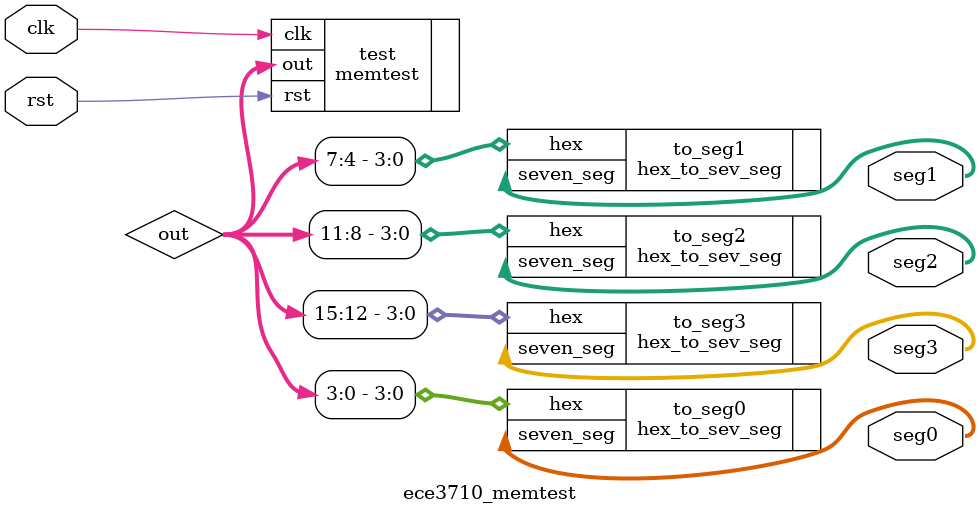
<source format=v>
module ece3710_memtest(
	input clk,
	input rst,
	output [0:6] seg3,
	output [0:6] seg2,
	output [0:6] seg1,
	output [0:6] seg0
);

wire [15:0] out;

memtest test(
	.clk(clk),
	.rst(rst),
	.out(out)
);

hex_to_sev_seg to_seg3(.hex(out[15:12]), .seven_seg(seg3));
hex_to_sev_seg to_seg2(.hex(out[11:8]), .seven_seg(seg2));
hex_to_sev_seg to_seg1(.hex(out[7:4]), .seven_seg(seg1));
hex_to_sev_seg to_seg0(.hex(out[3:0]), .seven_seg(seg0));

endmodule

</source>
